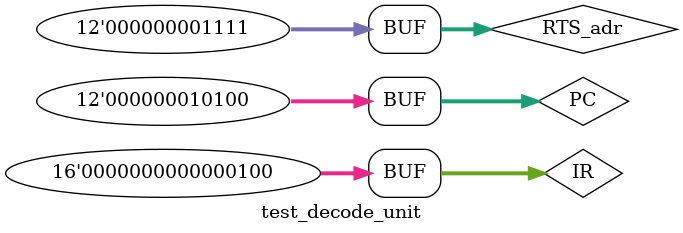
<source format=v>
`timescale 1ns / 1ps


module test_decode_unit;

	// Inputs
	reg [15:0] IR;
	reg [11:0] PC;
	reg [11:0] RTS_adr;

	// Outputs
	wire [2:0] reg_read_adr1_d;
	wire [2:0] reg_read_adr2_d;
	wire [2:0] reg_write_adr_d;
	wire reg_write_d;
	wire ALU_source2_d;
	wire [7:0] ALU_con_d;
	wire [15:0] offset_register_d;
	wire mem_write_d;
	wire mem_to_reg_d;
	wire branch_d;
	wire [3:0] branch_condition_d;
	wire subroutine_call_d;
	wire subroutine_return_d;
	wire IEN_d;
	wire IOF_d;
	wire RTI_d;

	// Instantiate the Unit Under Test (UUT)
	decode_unit uut (
		.IR(IR), 
		.PC(PC), 
		.RTS_adr(RTS_adr), 
		.reg_read_adr1_d(reg_read_adr1_d), 
		.reg_read_adr2_d(reg_read_adr2_d), 
		.reg_write_adr_d(reg_write_adr_d), 
		.reg_write_d(reg_write_d), 
		.ALU_source2_d(ALU_source2_d), 
		.ALU_con_d(ALU_con_d), 
		.offset_register_d(offset_register_d), 
		.mem_write_d(mem_write_d), 
		.mem_to_reg_d(mem_to_reg_d), 
		.branch_d(branch_d), 
		.branch_condition_d(branch_condition_d), 
		.subroutine_call_d(subroutine_call_d), 
		.subroutine_return_d(subroutine_return_d), 
		.IEN_d(IEN_d), 
		.IOF_d(IOF_d), 
		.RTI_d(RTI_d)
	);

	initial begin
		// Initialize Inputs
		IR = 0;
		PC = 20;
		RTS_adr = 15;

		// Wait 100 ns for global reset to finish
        
		#10;
		IR = 16'h6e89;
		
		#10;
		IR = 16'he802;
		
		#10;
		IR = 16'h0004;

	end
      
endmodule


</source>
